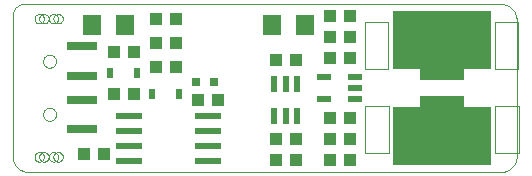
<source format=gtp>
G75*
%MOIN*%
%OFA0B0*%
%FSLAX24Y24*%
%IPPOS*%
%LPD*%
%AMOC8*
5,1,8,0,0,1.08239X$1,22.5*
%
%ADD10C,0.0000*%
%ADD11R,0.0433X0.0394*%
%ADD12R,0.0248X0.0327*%
%ADD13R,0.0394X0.0433*%
%ADD14R,0.0870X0.0240*%
%ADD15R,0.0217X0.0531*%
%ADD16R,0.0472X0.0217*%
%ADD17R,0.0315X0.0315*%
%ADD18R,0.0630X0.0709*%
%ADD19R,0.3307X0.1969*%
%ADD20R,0.1496X0.0551*%
%ADD21C,0.0039*%
%ADD22R,0.0984X0.0315*%
D10*
X006380Y002193D02*
X022180Y002193D01*
X022224Y002195D01*
X022267Y002201D01*
X022309Y002210D01*
X022351Y002223D01*
X022391Y002240D01*
X022430Y002260D01*
X022467Y002283D01*
X022501Y002310D01*
X022534Y002339D01*
X022563Y002372D01*
X022590Y002406D01*
X022613Y002443D01*
X022633Y002482D01*
X022650Y002522D01*
X022663Y002564D01*
X022672Y002606D01*
X022678Y002649D01*
X022680Y002693D01*
X022680Y007293D01*
X022674Y007338D01*
X022664Y007383D01*
X022651Y007426D01*
X022634Y007469D01*
X022613Y007510D01*
X022590Y007549D01*
X022563Y007586D01*
X022533Y007620D01*
X022501Y007652D01*
X022466Y007681D01*
X022428Y007708D01*
X022389Y007731D01*
X022348Y007750D01*
X022305Y007766D01*
X022261Y007779D01*
X022217Y007788D01*
X022171Y007793D01*
X022126Y007795D01*
X022080Y007793D01*
X006280Y007793D01*
X006241Y007791D01*
X006202Y007785D01*
X006164Y007776D01*
X006127Y007763D01*
X006091Y007746D01*
X006058Y007726D01*
X006026Y007702D01*
X005997Y007676D01*
X005971Y007647D01*
X005947Y007615D01*
X005927Y007582D01*
X005910Y007546D01*
X005897Y007509D01*
X005888Y007471D01*
X005882Y007432D01*
X005880Y007393D01*
X005880Y002693D01*
X005882Y002649D01*
X005888Y002606D01*
X005897Y002564D01*
X005910Y002522D01*
X005927Y002482D01*
X005947Y002443D01*
X005970Y002406D01*
X005997Y002372D01*
X006026Y002339D01*
X006059Y002310D01*
X006093Y002283D01*
X006130Y002260D01*
X006169Y002240D01*
X006209Y002223D01*
X006251Y002210D01*
X006293Y002201D01*
X006336Y002195D01*
X006380Y002193D01*
X006609Y002690D02*
X006611Y002715D01*
X006617Y002739D01*
X006626Y002761D01*
X006639Y002782D01*
X006655Y002801D01*
X006674Y002817D01*
X006695Y002830D01*
X006717Y002839D01*
X006741Y002845D01*
X006766Y002847D01*
X006791Y002845D01*
X006815Y002839D01*
X006837Y002830D01*
X006858Y002817D01*
X006877Y002801D01*
X006893Y002782D01*
X006906Y002761D01*
X006915Y002739D01*
X006921Y002715D01*
X006923Y002690D01*
X006921Y002665D01*
X006915Y002641D01*
X006906Y002619D01*
X006893Y002598D01*
X006877Y002579D01*
X006858Y002563D01*
X006837Y002550D01*
X006815Y002541D01*
X006791Y002535D01*
X006766Y002533D01*
X006741Y002535D01*
X006717Y002541D01*
X006695Y002550D01*
X006674Y002563D01*
X006655Y002579D01*
X006639Y002598D01*
X006626Y002619D01*
X006617Y002641D01*
X006611Y002665D01*
X006609Y002690D01*
X006766Y002690D02*
X006768Y002715D01*
X006774Y002739D01*
X006783Y002761D01*
X006796Y002782D01*
X006812Y002801D01*
X006831Y002817D01*
X006852Y002830D01*
X006874Y002839D01*
X006898Y002845D01*
X006923Y002847D01*
X006948Y002845D01*
X006972Y002839D01*
X006994Y002830D01*
X007015Y002817D01*
X007034Y002801D01*
X007050Y002782D01*
X007063Y002761D01*
X007072Y002739D01*
X007078Y002715D01*
X007080Y002690D01*
X007078Y002665D01*
X007072Y002641D01*
X007063Y002619D01*
X007050Y002598D01*
X007034Y002579D01*
X007015Y002563D01*
X006994Y002550D01*
X006972Y002541D01*
X006948Y002535D01*
X006923Y002533D01*
X006898Y002535D01*
X006874Y002541D01*
X006852Y002550D01*
X006831Y002563D01*
X006812Y002579D01*
X006796Y002598D01*
X006783Y002619D01*
X006774Y002641D01*
X006768Y002665D01*
X006766Y002690D01*
X007081Y002690D02*
X007083Y002715D01*
X007089Y002739D01*
X007098Y002761D01*
X007111Y002782D01*
X007127Y002801D01*
X007146Y002817D01*
X007167Y002830D01*
X007189Y002839D01*
X007213Y002845D01*
X007238Y002847D01*
X007263Y002845D01*
X007287Y002839D01*
X007309Y002830D01*
X007330Y002817D01*
X007349Y002801D01*
X007365Y002782D01*
X007378Y002761D01*
X007387Y002739D01*
X007393Y002715D01*
X007395Y002690D01*
X007393Y002665D01*
X007387Y002641D01*
X007378Y002619D01*
X007365Y002598D01*
X007349Y002579D01*
X007330Y002563D01*
X007309Y002550D01*
X007287Y002541D01*
X007263Y002535D01*
X007238Y002533D01*
X007213Y002535D01*
X007189Y002541D01*
X007167Y002550D01*
X007146Y002563D01*
X007127Y002579D01*
X007111Y002598D01*
X007098Y002619D01*
X007089Y002641D01*
X007083Y002665D01*
X007081Y002690D01*
X007239Y002690D02*
X007241Y002715D01*
X007247Y002739D01*
X007256Y002761D01*
X007269Y002782D01*
X007285Y002801D01*
X007304Y002817D01*
X007325Y002830D01*
X007347Y002839D01*
X007371Y002845D01*
X007396Y002847D01*
X007421Y002845D01*
X007445Y002839D01*
X007467Y002830D01*
X007488Y002817D01*
X007507Y002801D01*
X007523Y002782D01*
X007536Y002761D01*
X007545Y002739D01*
X007551Y002715D01*
X007553Y002690D01*
X007551Y002665D01*
X007545Y002641D01*
X007536Y002619D01*
X007523Y002598D01*
X007507Y002579D01*
X007488Y002563D01*
X007467Y002550D01*
X007445Y002541D01*
X007421Y002535D01*
X007396Y002533D01*
X007371Y002535D01*
X007347Y002541D01*
X007325Y002550D01*
X007304Y002563D01*
X007285Y002579D01*
X007269Y002598D01*
X007256Y002619D01*
X007247Y002641D01*
X007241Y002665D01*
X007239Y002690D01*
X006892Y004107D02*
X006894Y004136D01*
X006900Y004164D01*
X006909Y004192D01*
X006922Y004218D01*
X006939Y004241D01*
X006958Y004263D01*
X006980Y004282D01*
X007005Y004297D01*
X007031Y004310D01*
X007059Y004318D01*
X007087Y004323D01*
X007116Y004324D01*
X007145Y004321D01*
X007173Y004314D01*
X007200Y004304D01*
X007226Y004290D01*
X007249Y004273D01*
X007270Y004253D01*
X007288Y004230D01*
X007303Y004205D01*
X007314Y004178D01*
X007322Y004150D01*
X007326Y004121D01*
X007326Y004093D01*
X007322Y004064D01*
X007314Y004036D01*
X007303Y004009D01*
X007288Y003984D01*
X007270Y003961D01*
X007249Y003941D01*
X007226Y003924D01*
X007200Y003910D01*
X007173Y003900D01*
X007145Y003893D01*
X007116Y003890D01*
X007087Y003891D01*
X007059Y003896D01*
X007031Y003904D01*
X007005Y003917D01*
X006980Y003932D01*
X006958Y003951D01*
X006939Y003973D01*
X006922Y003996D01*
X006909Y004022D01*
X006900Y004050D01*
X006894Y004078D01*
X006892Y004107D01*
X006892Y005879D02*
X006894Y005908D01*
X006900Y005936D01*
X006909Y005964D01*
X006922Y005990D01*
X006939Y006013D01*
X006958Y006035D01*
X006980Y006054D01*
X007005Y006069D01*
X007031Y006082D01*
X007059Y006090D01*
X007087Y006095D01*
X007116Y006096D01*
X007145Y006093D01*
X007173Y006086D01*
X007200Y006076D01*
X007226Y006062D01*
X007249Y006045D01*
X007270Y006025D01*
X007288Y006002D01*
X007303Y005977D01*
X007314Y005950D01*
X007322Y005922D01*
X007326Y005893D01*
X007326Y005865D01*
X007322Y005836D01*
X007314Y005808D01*
X007303Y005781D01*
X007288Y005756D01*
X007270Y005733D01*
X007249Y005713D01*
X007226Y005696D01*
X007200Y005682D01*
X007173Y005672D01*
X007145Y005665D01*
X007116Y005662D01*
X007087Y005663D01*
X007059Y005668D01*
X007031Y005676D01*
X007005Y005689D01*
X006980Y005704D01*
X006958Y005723D01*
X006939Y005745D01*
X006922Y005768D01*
X006909Y005794D01*
X006900Y005822D01*
X006894Y005850D01*
X006892Y005879D01*
X006766Y007296D02*
X006768Y007321D01*
X006774Y007345D01*
X006783Y007367D01*
X006796Y007388D01*
X006812Y007407D01*
X006831Y007423D01*
X006852Y007436D01*
X006874Y007445D01*
X006898Y007451D01*
X006923Y007453D01*
X006948Y007451D01*
X006972Y007445D01*
X006994Y007436D01*
X007015Y007423D01*
X007034Y007407D01*
X007050Y007388D01*
X007063Y007367D01*
X007072Y007345D01*
X007078Y007321D01*
X007080Y007296D01*
X007078Y007271D01*
X007072Y007247D01*
X007063Y007225D01*
X007050Y007204D01*
X007034Y007185D01*
X007015Y007169D01*
X006994Y007156D01*
X006972Y007147D01*
X006948Y007141D01*
X006923Y007139D01*
X006898Y007141D01*
X006874Y007147D01*
X006852Y007156D01*
X006831Y007169D01*
X006812Y007185D01*
X006796Y007204D01*
X006783Y007225D01*
X006774Y007247D01*
X006768Y007271D01*
X006766Y007296D01*
X006609Y007296D02*
X006611Y007321D01*
X006617Y007345D01*
X006626Y007367D01*
X006639Y007388D01*
X006655Y007407D01*
X006674Y007423D01*
X006695Y007436D01*
X006717Y007445D01*
X006741Y007451D01*
X006766Y007453D01*
X006791Y007451D01*
X006815Y007445D01*
X006837Y007436D01*
X006858Y007423D01*
X006877Y007407D01*
X006893Y007388D01*
X006906Y007367D01*
X006915Y007345D01*
X006921Y007321D01*
X006923Y007296D01*
X006921Y007271D01*
X006915Y007247D01*
X006906Y007225D01*
X006893Y007204D01*
X006877Y007185D01*
X006858Y007169D01*
X006837Y007156D01*
X006815Y007147D01*
X006791Y007141D01*
X006766Y007139D01*
X006741Y007141D01*
X006717Y007147D01*
X006695Y007156D01*
X006674Y007169D01*
X006655Y007185D01*
X006639Y007204D01*
X006626Y007225D01*
X006617Y007247D01*
X006611Y007271D01*
X006609Y007296D01*
X007081Y007296D02*
X007083Y007321D01*
X007089Y007345D01*
X007098Y007367D01*
X007111Y007388D01*
X007127Y007407D01*
X007146Y007423D01*
X007167Y007436D01*
X007189Y007445D01*
X007213Y007451D01*
X007238Y007453D01*
X007263Y007451D01*
X007287Y007445D01*
X007309Y007436D01*
X007330Y007423D01*
X007349Y007407D01*
X007365Y007388D01*
X007378Y007367D01*
X007387Y007345D01*
X007393Y007321D01*
X007395Y007296D01*
X007393Y007271D01*
X007387Y007247D01*
X007378Y007225D01*
X007365Y007204D01*
X007349Y007185D01*
X007330Y007169D01*
X007309Y007156D01*
X007287Y007147D01*
X007263Y007141D01*
X007238Y007139D01*
X007213Y007141D01*
X007189Y007147D01*
X007167Y007156D01*
X007146Y007169D01*
X007127Y007185D01*
X007111Y007204D01*
X007098Y007225D01*
X007089Y007247D01*
X007083Y007271D01*
X007081Y007296D01*
X007239Y007296D02*
X007241Y007321D01*
X007247Y007345D01*
X007256Y007367D01*
X007269Y007388D01*
X007285Y007407D01*
X007304Y007423D01*
X007325Y007436D01*
X007347Y007445D01*
X007371Y007451D01*
X007396Y007453D01*
X007421Y007451D01*
X007445Y007445D01*
X007467Y007436D01*
X007488Y007423D01*
X007507Y007407D01*
X007523Y007388D01*
X007536Y007367D01*
X007545Y007345D01*
X007551Y007321D01*
X007553Y007296D01*
X007551Y007271D01*
X007545Y007247D01*
X007536Y007225D01*
X007523Y007204D01*
X007507Y007185D01*
X007488Y007169D01*
X007467Y007156D01*
X007445Y007147D01*
X007421Y007141D01*
X007396Y007139D01*
X007371Y007141D01*
X007347Y007147D01*
X007325Y007156D01*
X007304Y007169D01*
X007285Y007185D01*
X007269Y007204D01*
X007256Y007225D01*
X007247Y007247D01*
X007241Y007271D01*
X007239Y007296D01*
D11*
X014646Y005918D03*
X015315Y005918D03*
X016446Y005993D03*
X017115Y005993D03*
X012715Y004593D03*
X012046Y004593D03*
X014646Y003293D03*
X015315Y003293D03*
X015315Y002593D03*
X014646Y002593D03*
X016446Y003993D03*
X017115Y003993D03*
D12*
X011433Y004793D03*
X010527Y004793D03*
X010033Y005493D03*
X009127Y005493D03*
D13*
X010646Y005693D03*
X011315Y005693D03*
X009915Y006193D03*
X009246Y006193D03*
X010646Y006493D03*
X011315Y006493D03*
X011315Y007293D03*
X010646Y007293D03*
X016446Y007393D03*
X017115Y007393D03*
X017115Y006693D03*
X016446Y006693D03*
X009915Y004793D03*
X009246Y004793D03*
X008915Y002793D03*
X008246Y002793D03*
X016446Y002593D03*
X017115Y002593D03*
X017115Y003293D03*
X016446Y003293D03*
D14*
X012400Y003043D03*
X012400Y002543D03*
X009750Y002543D03*
X009750Y003043D03*
X009750Y003543D03*
X009750Y004043D03*
X012400Y004043D03*
X012400Y003543D03*
D15*
X014606Y004052D03*
X014980Y004052D03*
X015354Y004052D03*
X015354Y005135D03*
X014980Y005135D03*
X014606Y005135D03*
D16*
X016268Y005367D03*
X017292Y005367D03*
X017292Y004993D03*
X017292Y004619D03*
X016268Y004619D03*
D17*
X012575Y005193D03*
X011985Y005193D03*
D18*
X009631Y007093D03*
X008529Y007093D03*
X014529Y007093D03*
X015631Y007093D03*
D19*
X020180Y006590D03*
X020180Y003396D03*
D20*
X020180Y004459D03*
X020180Y005527D03*
D21*
X020767Y005409D02*
X019586Y005409D01*
X019586Y005645D01*
X020767Y005645D01*
X020767Y005409D01*
X021948Y005606D02*
X022735Y005606D01*
X022735Y007181D01*
X021948Y007181D01*
X021948Y005606D01*
X020775Y004578D02*
X019594Y004578D01*
X019594Y004341D01*
X020775Y004341D01*
X020775Y004578D01*
X021956Y004381D02*
X021956Y002806D01*
X022743Y002806D01*
X022743Y004381D01*
X021956Y004381D01*
X018412Y004381D02*
X017625Y004381D01*
X017625Y002806D01*
X018412Y002806D01*
X018412Y004381D01*
X018405Y005606D02*
X017617Y005606D01*
X017617Y007181D01*
X018405Y007181D01*
X018405Y005606D01*
D22*
X008191Y005398D03*
X008191Y004589D03*
X008191Y003615D03*
X008191Y006391D03*
M02*

</source>
